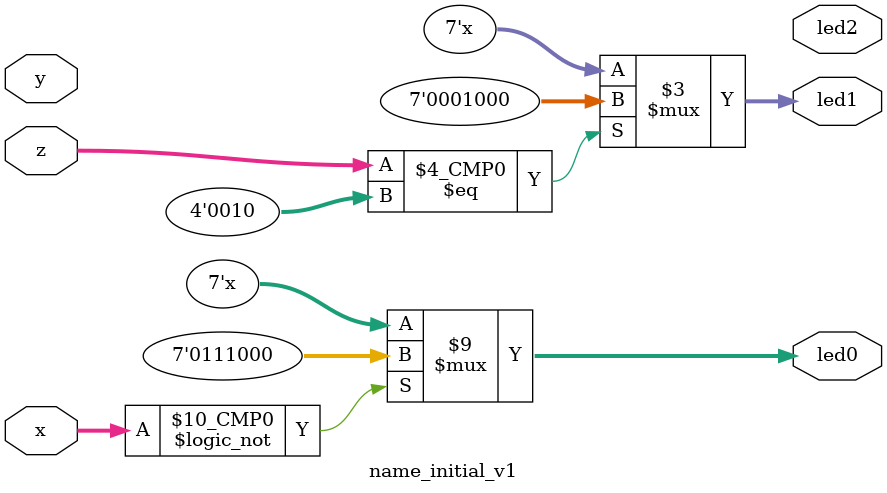
<source format=v>
module name_initial_v1 (x,y,z,led0,led1,led2);

input [3:0]x,y,z;

output reg[0:6]led0,led1,led2;

always@(x or y or z)
  begin 
    case (x) // abcdefg
      0: led0= 7'b0111000;  // character F
      default: led0 = 7'bx;
    endcase

    case (y)
      1: led1 = 7'b0000000;  // character B
      default: led1=7'bx;
    endcase
    
    case (z)
      2: led1 = 7'b0001000;  // character A
      default: led1=7'bx;
    endcase
  end
  
endmodule
</source>
